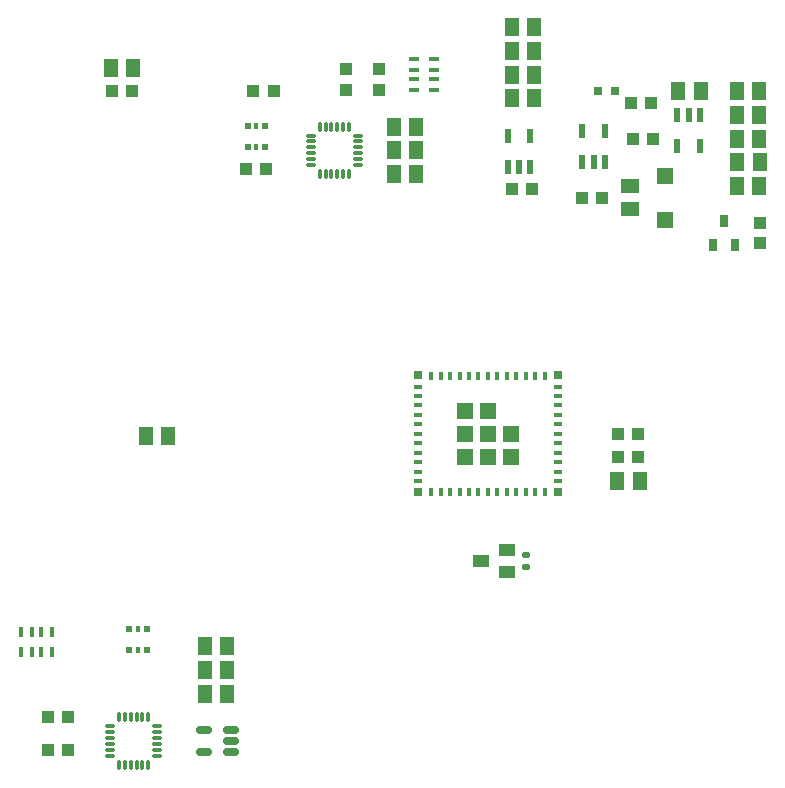
<source format=gbr>
%TF.GenerationSoftware,KiCad,Pcbnew,(6.0.7)*%
%TF.CreationDate,2022-10-22T21:09:40-04:00*%
%TF.ProjectId,Calculator,43616c63-756c-4617-946f-722e6b696361,rev?*%
%TF.SameCoordinates,Original*%
%TF.FileFunction,Paste,Bot*%
%TF.FilePolarity,Positive*%
%FSLAX46Y46*%
G04 Gerber Fmt 4.6, Leading zero omitted, Abs format (unit mm)*
G04 Created by KiCad (PCBNEW (6.0.7)) date 2022-10-22 21:09:40*
%MOMM*%
%LPD*%
G01*
G04 APERTURE LIST*
G04 Aperture macros list*
%AMRoundRect*
0 Rectangle with rounded corners*
0 $1 Rounding radius*
0 $2 $3 $4 $5 $6 $7 $8 $9 X,Y pos of 4 corners*
0 Add a 4 corners polygon primitive as box body*
4,1,4,$2,$3,$4,$5,$6,$7,$8,$9,$2,$3,0*
0 Add four circle primitives for the rounded corners*
1,1,$1+$1,$2,$3*
1,1,$1+$1,$4,$5*
1,1,$1+$1,$6,$7*
1,1,$1+$1,$8,$9*
0 Add four rect primitives between the rounded corners*
20,1,$1+$1,$2,$3,$4,$5,0*
20,1,$1+$1,$4,$5,$6,$7,0*
20,1,$1+$1,$6,$7,$8,$9,0*
20,1,$1+$1,$8,$9,$2,$3,0*%
G04 Aperture macros list end*
%ADD10R,1.240000X1.500000*%
%ADD11R,1.075000X1.000000*%
%ADD12RoundRect,0.150000X0.512500X0.150000X-0.512500X0.150000X-0.512500X-0.150000X0.512500X-0.150000X0*%
%ADD13R,1.000000X1.075000*%
%ADD14R,0.550000X1.200000*%
%ADD15R,0.635000X1.016000*%
%ADD16R,0.800000X0.800000*%
%ADD17R,0.800000X0.400000*%
%ADD18R,0.400000X0.800000*%
%ADD19R,1.450000X1.450000*%
%ADD20R,0.700000X0.700000*%
%ADD21R,0.500000X0.500000*%
%ADD22R,0.400000X0.500000*%
%ADD23R,1.400000X1.000000*%
%ADD24R,0.900000X0.450000*%
%ADD25RoundRect,0.135000X0.185000X-0.135000X0.185000X0.135000X-0.185000X0.135000X-0.185000X-0.135000X0*%
%ADD26R,1.500000X1.240000*%
%ADD27R,1.400000X1.400000*%
%ADD28R,0.450000X0.900000*%
%ADD29RoundRect,0.070000X0.070000X-0.330000X0.070000X0.330000X-0.070000X0.330000X-0.070000X-0.330000X0*%
%ADD30RoundRect,0.070000X0.330000X0.070000X-0.330000X0.070000X-0.330000X-0.070000X0.330000X-0.070000X0*%
%ADD31RoundRect,0.070000X-0.070000X0.330000X-0.070000X-0.330000X0.070000X-0.330000X0.070000X0.330000X0*%
%ADD32RoundRect,0.070000X-0.330000X-0.070000X0.330000X-0.070000X0.330000X0.070000X-0.330000X0.070000X0*%
G04 APERTURE END LIST*
D10*
%TO.C,C10*%
X87292641Y-83242641D03*
X89192641Y-83242641D03*
%TD*%
D11*
%TO.C,R11*%
X125092641Y-37242641D03*
X123392641Y-37242641D03*
%TD*%
D12*
%TO.C,U2*%
X89517641Y-90292641D03*
X89517641Y-91242641D03*
X89517641Y-92192641D03*
X87242641Y-92192641D03*
X87242641Y-90292641D03*
%TD*%
D13*
%TO.C,R3*%
X134242641Y-47392641D03*
X134242641Y-49092641D03*
%TD*%
D11*
%TO.C,R16*%
X81092641Y-36242641D03*
X79392641Y-36242641D03*
%TD*%
%TO.C,R19*%
X90792641Y-42842641D03*
X92492641Y-42842641D03*
%TD*%
%TO.C,R15*%
X123942641Y-67242641D03*
X122242641Y-67242641D03*
%TD*%
D14*
%TO.C,U4*%
X127292641Y-38242641D03*
X128242641Y-38242641D03*
X129192641Y-38242641D03*
X129192641Y-40842841D03*
X127292641Y-40842841D03*
%TD*%
D10*
%TO.C,C8*%
X103292641Y-39242641D03*
X105192641Y-39242641D03*
%TD*%
%TO.C,R17*%
X84192641Y-65442641D03*
X82292641Y-65442641D03*
%TD*%
D15*
%TO.C,Q1*%
X132192641Y-49242641D03*
X130292641Y-49242641D03*
X131242641Y-47242641D03*
%TD*%
D16*
%TO.C,D37*%
X120542641Y-36242641D03*
X122042641Y-36242641D03*
%TD*%
D10*
%TO.C,C5*%
X132292641Y-38242641D03*
X134192641Y-38242641D03*
%TD*%
%TO.C,C6*%
X132292641Y-36242641D03*
X134192641Y-36242641D03*
%TD*%
%TO.C,C7*%
X103292641Y-41242641D03*
X105192641Y-41242641D03*
%TD*%
D17*
%TO.C,X2*%
X117142641Y-61242641D03*
X117142641Y-62042641D03*
X117142641Y-62842641D03*
X117142641Y-63642641D03*
X117142641Y-64442641D03*
X117142641Y-65242641D03*
X117142641Y-66042641D03*
X117142641Y-66842641D03*
X117142641Y-67642641D03*
X117142641Y-68442641D03*
X117142641Y-69242641D03*
D18*
X116042641Y-70142641D03*
X115242641Y-70142641D03*
X114442641Y-70142641D03*
X113642641Y-70142641D03*
X112842641Y-70142641D03*
X112042641Y-70142641D03*
X111242641Y-70142641D03*
X110442641Y-70142641D03*
X109642641Y-70142641D03*
X108842641Y-70142641D03*
X108042641Y-70142641D03*
X107242641Y-70142641D03*
X106442641Y-70142641D03*
D17*
X105342641Y-69242641D03*
X105342641Y-68442641D03*
X105342641Y-67642641D03*
X105342641Y-66842641D03*
X105342641Y-66042641D03*
X105342641Y-65242641D03*
X105342641Y-64442641D03*
X105342641Y-63642641D03*
X105342641Y-62842641D03*
X105342641Y-62042641D03*
X105342641Y-61242641D03*
D18*
X106442641Y-60342641D03*
X107242641Y-60342641D03*
X108042641Y-60342641D03*
X108842641Y-60342641D03*
X109642641Y-60342641D03*
X110442641Y-60342641D03*
X111242641Y-60342641D03*
X112042641Y-60342641D03*
X112842641Y-60342641D03*
X113642641Y-60342641D03*
X114442641Y-60342641D03*
X115242641Y-60342641D03*
X116042641Y-60342641D03*
D19*
X111242641Y-65242641D03*
D20*
X105292641Y-60292641D03*
X105292641Y-70192641D03*
X117192641Y-70192641D03*
X117192641Y-60292641D03*
D19*
X113192641Y-65242641D03*
X113192641Y-67192641D03*
X111242641Y-67192641D03*
X109292641Y-67192641D03*
X109292641Y-65242641D03*
X109292641Y-63292641D03*
X111242641Y-63292641D03*
%TD*%
D11*
%TO.C,R9*%
X75692641Y-92042641D03*
X73992641Y-92042641D03*
%TD*%
D21*
%TO.C,Q4*%
X92392641Y-40942641D03*
D22*
X91642641Y-40942641D03*
D21*
X90892641Y-40942641D03*
X90892641Y-39142641D03*
D22*
X91642641Y-39142641D03*
D21*
X92392641Y-39142641D03*
%TD*%
D11*
%TO.C,R12*%
X123542641Y-40242641D03*
X125242641Y-40242641D03*
%TD*%
D14*
%TO.C,U1*%
X121142641Y-42242641D03*
X120192641Y-42242641D03*
X119242641Y-42242641D03*
X119242641Y-39642441D03*
X121142641Y-39642441D03*
%TD*%
D10*
%TO.C,C15*%
X115142641Y-30842641D03*
X113242641Y-30842641D03*
%TD*%
%TO.C,C14*%
X81192641Y-34242641D03*
X79292641Y-34242641D03*
%TD*%
%TO.C,C9*%
X103292641Y-43242641D03*
X105192641Y-43242641D03*
%TD*%
D23*
%TO.C,Q2*%
X112842641Y-75042641D03*
X112842641Y-76942641D03*
X110642641Y-75992641D03*
%TD*%
D14*
%TO.C,U3*%
X114842641Y-42642641D03*
X113892641Y-42642641D03*
X112942641Y-42642641D03*
X112942641Y-40042441D03*
X114842641Y-40042441D03*
%TD*%
D24*
%TO.C,R7*%
X104992641Y-36142641D03*
X104992641Y-35242641D03*
X104992641Y-34442641D03*
X104992641Y-33542641D03*
X106692641Y-33542641D03*
X106692641Y-34442641D03*
X106692641Y-35242641D03*
X106692641Y-36142641D03*
%TD*%
D10*
%TO.C,C17*%
X115142641Y-34842641D03*
X113242641Y-34842641D03*
%TD*%
D25*
%TO.C,R2*%
X114442641Y-76552641D03*
X114442641Y-75532641D03*
%TD*%
D10*
%TO.C,C13*%
X122192641Y-69242641D03*
X124092641Y-69242641D03*
%TD*%
D13*
%TO.C,R6*%
X102042641Y-36092641D03*
X102042641Y-34392641D03*
%TD*%
D10*
%TO.C,C19*%
X129242641Y-36242641D03*
X127342641Y-36242641D03*
%TD*%
D11*
%TO.C,R18*%
X93092641Y-36242641D03*
X91392641Y-36242641D03*
%TD*%
D26*
%TO.C,C1*%
X123242641Y-44292641D03*
X123242641Y-46192641D03*
%TD*%
D11*
%TO.C,R14*%
X122242641Y-65242641D03*
X123942641Y-65242641D03*
%TD*%
D10*
%TO.C,C18*%
X115142641Y-36842641D03*
X113242641Y-36842641D03*
%TD*%
D27*
%TO.C,D36*%
X126242641Y-47142641D03*
X126242641Y-43442641D03*
%TD*%
D28*
%TO.C,R8*%
X74342641Y-83692641D03*
X73442641Y-83692641D03*
X72642641Y-83692641D03*
X71742641Y-83692641D03*
X71742641Y-81992641D03*
X72642641Y-81992641D03*
X73442641Y-81992641D03*
X74342641Y-81992641D03*
%TD*%
D10*
%TO.C,C16*%
X115142641Y-32842641D03*
X113242641Y-32842641D03*
%TD*%
%TO.C,C3*%
X132342641Y-42242641D03*
X134242641Y-42242641D03*
%TD*%
D11*
%TO.C,R10*%
X75692641Y-89242641D03*
X73992641Y-89242641D03*
%TD*%
D10*
%TO.C,C4*%
X132292641Y-40242641D03*
X134192641Y-40242641D03*
%TD*%
D21*
%TO.C,Q3*%
X82392641Y-83542641D03*
D22*
X81642641Y-83542641D03*
D21*
X80892641Y-83542641D03*
X80892641Y-81742641D03*
D22*
X81642641Y-81742641D03*
D21*
X82392641Y-81742641D03*
%TD*%
D13*
%TO.C,R5*%
X99242641Y-36092641D03*
X99242641Y-34392641D03*
%TD*%
D10*
%TO.C,C11*%
X87292641Y-85242641D03*
X89192641Y-85242641D03*
%TD*%
D11*
%TO.C,R4*%
X120892641Y-45242641D03*
X119192641Y-45242641D03*
%TD*%
D29*
%TO.C,IC1*%
X96992641Y-39242641D03*
X97492641Y-39242641D03*
X97992641Y-39242641D03*
X98492641Y-39242641D03*
X98992641Y-39242641D03*
X99492641Y-39242641D03*
D30*
X100242641Y-39992641D03*
X100242641Y-40492641D03*
X100242641Y-40992641D03*
X100242641Y-41492641D03*
X100242641Y-41992641D03*
X100242641Y-42492641D03*
D31*
X99492641Y-43242641D03*
X98992641Y-43242641D03*
X98492641Y-43242641D03*
X97992641Y-43242641D03*
X97492641Y-43242641D03*
X96992641Y-43242641D03*
D32*
X96242641Y-42492641D03*
X96242641Y-41992641D03*
X96242641Y-41492641D03*
X96242641Y-40992641D03*
X96242641Y-40492641D03*
X96242641Y-39992641D03*
%TD*%
D11*
%TO.C,R13*%
X114942641Y-44542541D03*
X113242641Y-44542541D03*
%TD*%
D10*
%TO.C,C12*%
X87292641Y-87242641D03*
X89192641Y-87242641D03*
%TD*%
%TO.C,C2*%
X132292641Y-44242641D03*
X134192641Y-44242641D03*
%TD*%
D29*
%TO.C,IC2*%
X79992641Y-89242641D03*
X80492641Y-89242641D03*
X80992641Y-89242641D03*
X81492641Y-89242641D03*
X81992641Y-89242641D03*
X82492641Y-89242641D03*
D30*
X83242641Y-89992641D03*
X83242641Y-90492641D03*
X83242641Y-90992641D03*
X83242641Y-91492641D03*
X83242641Y-91992641D03*
X83242641Y-92492641D03*
D31*
X82492641Y-93242641D03*
X81992641Y-93242641D03*
X81492641Y-93242641D03*
X80992641Y-93242641D03*
X80492641Y-93242641D03*
X79992641Y-93242641D03*
D32*
X79242641Y-92492641D03*
X79242641Y-91992641D03*
X79242641Y-91492641D03*
X79242641Y-90992641D03*
X79242641Y-90492641D03*
X79242641Y-89992641D03*
%TD*%
M02*

</source>
